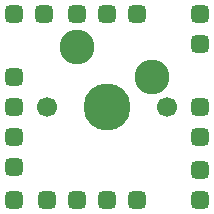
<source format=gbs>
G04 #@! TF.GenerationSoftware,KiCad,Pcbnew,(6.0.5)*
G04 #@! TF.CreationDate,2022-08-26T20:17:22-07:00*
G04 #@! TF.ProjectId,single_switch,73696e67-6c65-45f7-9377-697463682e6b,1*
G04 #@! TF.SameCoordinates,Original*
G04 #@! TF.FileFunction,Soldermask,Bot*
G04 #@! TF.FilePolarity,Negative*
%FSLAX46Y46*%
G04 Gerber Fmt 4.6, Leading zero omitted, Abs format (unit mm)*
G04 Created by KiCad (PCBNEW (6.0.5)) date 2022-08-26 20:17:22*
%MOMM*%
%LPD*%
G01*
G04 APERTURE LIST*
G04 Aperture macros list*
%AMRoundRect*
0 Rectangle with rounded corners*
0 $1 Rounding radius*
0 $2 $3 $4 $5 $6 $7 $8 $9 X,Y pos of 4 corners*
0 Add a 4 corners polygon primitive as box body*
4,1,4,$2,$3,$4,$5,$6,$7,$8,$9,$2,$3,0*
0 Add four circle primitives for the rounded corners*
1,1,$1+$1,$2,$3*
1,1,$1+$1,$4,$5*
1,1,$1+$1,$6,$7*
1,1,$1+$1,$8,$9*
0 Add four rect primitives between the rounded corners*
20,1,$1+$1,$2,$3,$4,$5,0*
20,1,$1+$1,$4,$5,$6,$7,0*
20,1,$1+$1,$6,$7,$8,$9,0*
20,1,$1+$1,$8,$9,$2,$3,0*%
G04 Aperture macros list end*
%ADD10RoundRect,0.375000X-0.375000X-0.375000X0.375000X-0.375000X0.375000X0.375000X-0.375000X0.375000X0*%
%ADD11C,3.980180*%
%ADD12C,2.950000*%
%ADD13C,1.700000*%
G04 APERTURE END LIST*
D10*
X106810000Y-123764000D03*
X119764000Y-121224000D03*
X104016000Y-120970000D03*
X114430000Y-108016000D03*
X119764000Y-123764000D03*
X119764000Y-108016000D03*
X104016000Y-123764000D03*
X109350000Y-108016000D03*
D11*
X111889997Y-115889989D03*
D12*
X115699997Y-113349989D03*
X109349997Y-110809989D03*
D13*
X116969997Y-115889989D03*
X106809997Y-115889989D03*
D10*
X104016000Y-113350000D03*
X106556000Y-108016000D03*
X104016000Y-108016000D03*
X119764000Y-118430000D03*
X119764000Y-115890000D03*
X104016000Y-115890000D03*
X109350000Y-123764000D03*
X111890000Y-108016000D03*
X114430000Y-123764000D03*
X119764000Y-110556000D03*
X111890000Y-123764000D03*
X104016000Y-118430000D03*
M02*

</source>
